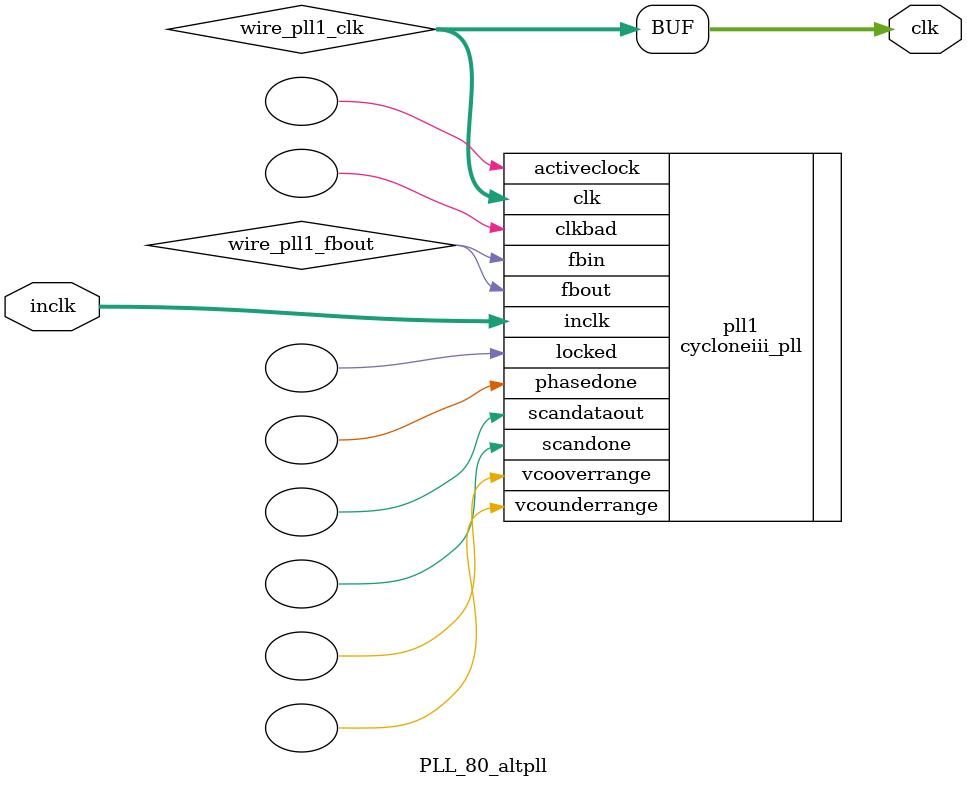
<source format=v>






//synthesis_resources = cycloneiii_pll 1 
//synopsys translate_off
`timescale 1 ps / 1 ps
//synopsys translate_on
module  PLL_80_altpll
	( 
	clk,
	inclk) /* synthesis synthesis_clearbox=1 */;
	output   [4:0]  clk;
	input   [1:0]  inclk;
`ifndef ALTERA_RESERVED_QIS
// synopsys translate_off
`endif
	tri0   [1:0]  inclk;
`ifndef ALTERA_RESERVED_QIS
// synopsys translate_on
`endif

	wire  [4:0]   wire_pll1_clk;
	wire  wire_pll1_fbout;

	cycloneiii_pll   pll1
	( 
	.activeclock(),
	.clk(wire_pll1_clk),
	.clkbad(),
	.fbin(wire_pll1_fbout),
	.fbout(wire_pll1_fbout),
	.inclk(inclk),
	.locked(),
	.phasedone(),
	.scandataout(),
	.scandone(),
	.vcooverrange(),
	.vcounderrange()
	`ifndef FORMAL_VERIFICATION
	// synopsys translate_off
	`endif
	,
	.areset(1'b0),
	.clkswitch(1'b0),
	.configupdate(1'b0),
	.pfdena(1'b1),
	.phasecounterselect({3{1'b0}}),
	.phasestep(1'b0),
	.phaseupdown(1'b0),
	.scanclk(1'b0),
	.scanclkena(1'b1),
	.scandata(1'b0)
	`ifndef FORMAL_VERIFICATION
	// synopsys translate_on
	`endif
	);
	defparam
		pll1.bandwidth_type = "auto",
		pll1.clk0_divide_by = 1,
		pll1.clk0_duty_cycle = 50,
		pll1.clk0_multiply_by = 2,
		pll1.clk0_phase_shift = "0",
		pll1.compensate_clock = "clk0",
		pll1.inclk0_input_frequency = 25000,
		pll1.operation_mode = "normal",
		pll1.pll_type = "auto",
		pll1.lpm_type = "cycloneiii_pll";
	assign
		clk = {wire_pll1_clk[4:0]};
endmodule //PLL_80_altpll
//VALID FILE

</source>
